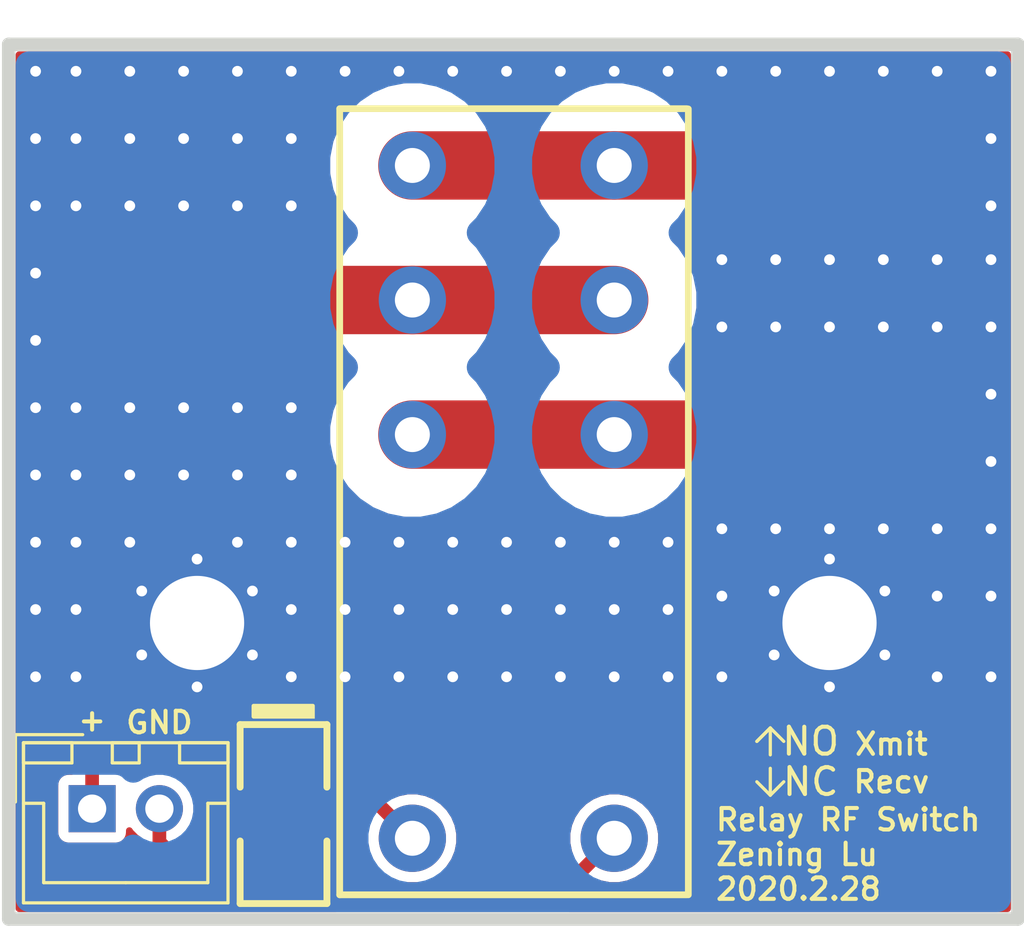
<source format=kicad_pcb>
(kicad_pcb (version 20171130) (host pcbnew "(5.1.4)-1")

  (general
    (thickness 1.6)
    (drawings 21)
    (tracks 125)
    (zones 0)
    (modules 8)
    (nets 7)
  )

  (page A4)
  (layers
    (0 F.Cu signal)
    (31 B.Cu signal)
    (32 B.Adhes user)
    (33 F.Adhes user)
    (34 B.Paste user)
    (35 F.Paste user)
    (36 B.SilkS user)
    (37 F.SilkS user)
    (38 B.Mask user)
    (39 F.Mask user)
    (40 Dwgs.User user)
    (41 Cmts.User user)
    (42 Eco1.User user)
    (43 Eco2.User user)
    (44 Edge.Cuts user)
    (45 Margin user)
    (46 B.CrtYd user)
    (47 F.CrtYd user)
    (48 B.Fab user)
    (49 F.Fab user)
  )

  (setup
    (last_trace_width 0.25)
    (user_trace_width 0.254)
    (user_trace_width 0.381)
    (user_trace_width 0.508)
    (user_trace_width 2.54)
    (trace_clearance 0.381)
    (zone_clearance 0.01)
    (zone_45_only no)
    (trace_min 0.2)
    (via_size 0.8)
    (via_drill 0.4)
    (via_min_size 0.4)
    (via_min_drill 0.3)
    (uvia_size 0.3)
    (uvia_drill 0.1)
    (uvias_allowed no)
    (uvia_min_size 0.2)
    (uvia_min_drill 0.1)
    (edge_width 0.5)
    (segment_width 0.2)
    (pcb_text_width 0.3)
    (pcb_text_size 1.5 1.5)
    (mod_edge_width 0.12)
    (mod_text_size 1 1)
    (mod_text_width 0.15)
    (pad_size 1.524 1.524)
    (pad_drill 0.762)
    (pad_to_mask_clearance 0.051)
    (solder_mask_min_width 0.25)
    (aux_axis_origin 65 72)
    (visible_elements 7FFFFFFF)
    (pcbplotparams
      (layerselection 0x010fc_ffffffff)
      (usegerberextensions false)
      (usegerberattributes false)
      (usegerberadvancedattributes false)
      (creategerberjobfile false)
      (excludeedgelayer true)
      (linewidth 0.100000)
      (plotframeref false)
      (viasonmask false)
      (mode 1)
      (useauxorigin false)
      (hpglpennumber 1)
      (hpglpenspeed 20)
      (hpglpendiameter 15.000000)
      (psnegative false)
      (psa4output false)
      (plotreference true)
      (plotvalue true)
      (plotinvisibletext false)
      (padsonsilk false)
      (subtractmaskfromsilk false)
      (outputformat 1)
      (mirror false)
      (drillshape 1)
      (scaleselection 1)
      (outputdirectory ""))
  )

  (net 0 "")
  (net 1 +12V)
  (net 2 GND)
  (net 3 Earth)
  (net 4 "Net-(J1-Pad1)")
  (net 5 "Net-(J2-Pad1)")
  (net 6 "Net-(J3-Pad1)")

  (net_class Default "This is the default net class."
    (clearance 0.381)
    (trace_width 0.25)
    (via_dia 0.8)
    (via_drill 0.4)
    (uvia_dia 0.3)
    (uvia_drill 0.1)
    (add_net +12V)
    (add_net Earth)
    (add_net GND)
  )

  (net_class RF ""
    (clearance 1.8)
    (trace_width 0.25)
    (via_dia 0.8)
    (via_drill 0.4)
    (uvia_dia 0.3)
    (uvia_drill 0.1)
    (add_net "Net-(J1-Pad1)")
    (add_net "Net-(J2-Pad1)")
    (add_net "Net-(J3-Pad1)")
  )

  (module MyPCBLib:RF_strip (layer F.Cu) (tedit 5E591485) (tstamp 5E59728E)
    (at 94.5 44)
    (path /5E59ACD7)
    (fp_text reference J3 (at 0 -4.3) (layer F.SilkS) hide
      (effects (font (size 1 1) (thickness 0.15)))
    )
    (fp_text value Conn_Coaxial (at 0 -5.3) (layer F.Fab)
      (effects (font (size 1 1) (thickness 0.15)))
    )
    (pad 1 smd rect (at 0 0) (size 8 2.54) (layers F.Cu F.Paste F.Mask)
      (net 6 "Net-(J3-Pad1)"))
  )

  (module MyPCBLib:RF_strip (layer F.Cu) (tedit 5E591485) (tstamp 5E597289)
    (at 94.5 54)
    (path /5E59BC7D)
    (fp_text reference J2 (at 0 -4.3) (layer F.SilkS) hide
      (effects (font (size 1 1) (thickness 0.15)))
    )
    (fp_text value Conn_Coaxial (at 0 -5.3) (layer F.Fab)
      (effects (font (size 1 1) (thickness 0.15)))
    )
    (pad 1 smd rect (at 0 0) (size 8 2.54) (layers F.Cu F.Paste F.Mask)
      (net 5 "Net-(J2-Pad1)"))
  )

  (module MyPCBLib:RF_strip (layer F.Cu) (tedit 5E591485) (tstamp 5E597284)
    (at 73 49)
    (path /5E59A0B0)
    (fp_text reference J1 (at 0 -4.3) (layer F.SilkS) hide
      (effects (font (size 1 1) (thickness 0.15)))
    )
    (fp_text value Conn_Coaxial (at 0 -5.3) (layer F.Fab)
      (effects (font (size 1 1) (thickness 0.15)))
    )
    (pad 1 smd rect (at 0 0) (size 8 2.54) (layers F.Cu F.Paste F.Mask)
      (net 4 "Net-(J1-Pad1)"))
  )

  (module Connectors_JST:JST_XH_B02B-XH-A_02x2.50mm_Straight (layer F.Cu) (tedit 58EAE7F0) (tstamp 5E5967CF)
    (at 68.1 67.9)
    (descr "JST XH series connector, B02B-XH-A, top entry type, through hole")
    (tags "connector jst xh tht top vertical 2.50mm")
    (path /5E5AB07D)
    (fp_text reference J4 (at -0.4 2.5) (layer F.SilkS) hide
      (effects (font (size 1 1) (thickness 0.15)))
    )
    (fp_text value Conn_01x02 (at 1.25 4.5) (layer F.Fab)
      (effects (font (size 1 1) (thickness 0.15)))
    )
    (fp_text user %R (at 1.25 2.5) (layer F.Fab)
      (effects (font (size 1 1) (thickness 0.15)))
    )
    (fp_line (start -2.85 -2.75) (end -2.85 -0.25) (layer F.Fab) (width 0.1))
    (fp_line (start -0.35 -2.75) (end -2.85 -2.75) (layer F.Fab) (width 0.1))
    (fp_line (start -2.85 -2.75) (end -2.85 -0.25) (layer F.SilkS) (width 0.12))
    (fp_line (start -0.35 -2.75) (end -2.85 -2.75) (layer F.SilkS) (width 0.12))
    (fp_line (start 4.3 2.75) (end 1.25 2.75) (layer F.SilkS) (width 0.12))
    (fp_line (start 4.3 -0.2) (end 4.3 2.75) (layer F.SilkS) (width 0.12))
    (fp_line (start 5.05 -0.2) (end 4.3 -0.2) (layer F.SilkS) (width 0.12))
    (fp_line (start -1.8 2.75) (end 1.25 2.75) (layer F.SilkS) (width 0.12))
    (fp_line (start -1.8 -0.2) (end -1.8 2.75) (layer F.SilkS) (width 0.12))
    (fp_line (start -2.55 -0.2) (end -1.8 -0.2) (layer F.SilkS) (width 0.12))
    (fp_line (start 5.05 -2.45) (end 3.25 -2.45) (layer F.SilkS) (width 0.12))
    (fp_line (start 5.05 -1.7) (end 5.05 -2.45) (layer F.SilkS) (width 0.12))
    (fp_line (start 3.25 -1.7) (end 5.05 -1.7) (layer F.SilkS) (width 0.12))
    (fp_line (start 3.25 -2.45) (end 3.25 -1.7) (layer F.SilkS) (width 0.12))
    (fp_line (start -0.75 -2.45) (end -2.55 -2.45) (layer F.SilkS) (width 0.12))
    (fp_line (start -0.75 -1.7) (end -0.75 -2.45) (layer F.SilkS) (width 0.12))
    (fp_line (start -2.55 -1.7) (end -0.75 -1.7) (layer F.SilkS) (width 0.12))
    (fp_line (start -2.55 -2.45) (end -2.55 -1.7) (layer F.SilkS) (width 0.12))
    (fp_line (start 1.75 -2.45) (end 0.75 -2.45) (layer F.SilkS) (width 0.12))
    (fp_line (start 1.75 -1.7) (end 1.75 -2.45) (layer F.SilkS) (width 0.12))
    (fp_line (start 0.75 -1.7) (end 1.75 -1.7) (layer F.SilkS) (width 0.12))
    (fp_line (start 0.75 -2.45) (end 0.75 -1.7) (layer F.SilkS) (width 0.12))
    (fp_line (start 5.05 -2.45) (end -2.55 -2.45) (layer F.SilkS) (width 0.12))
    (fp_line (start 5.05 3.5) (end 5.05 -2.45) (layer F.SilkS) (width 0.12))
    (fp_line (start -2.55 3.5) (end 5.05 3.5) (layer F.SilkS) (width 0.12))
    (fp_line (start -2.55 -2.45) (end -2.55 3.5) (layer F.SilkS) (width 0.12))
    (fp_line (start 5.45 -2.85) (end -2.95 -2.85) (layer F.CrtYd) (width 0.05))
    (fp_line (start 5.45 3.9) (end 5.45 -2.85) (layer F.CrtYd) (width 0.05))
    (fp_line (start -2.95 3.9) (end 5.45 3.9) (layer F.CrtYd) (width 0.05))
    (fp_line (start -2.95 -2.85) (end -2.95 3.9) (layer F.CrtYd) (width 0.05))
    (fp_line (start 4.95 -2.35) (end -2.45 -2.35) (layer F.Fab) (width 0.1))
    (fp_line (start 4.95 3.4) (end 4.95 -2.35) (layer F.Fab) (width 0.1))
    (fp_line (start -2.45 3.4) (end 4.95 3.4) (layer F.Fab) (width 0.1))
    (fp_line (start -2.45 -2.35) (end -2.45 3.4) (layer F.Fab) (width 0.1))
    (pad 2 thru_hole circle (at 2.5 0) (size 1.75 1.75) (drill 1.05) (layers *.Cu *.Mask)
      (net 2 GND))
    (pad 1 thru_hole rect (at 0 0) (size 1.75 1.75) (drill 1.05) (layers *.Cu *.Mask)
      (net 1 +12V))
    (model Connectors_JST.3dshapes/JST_XH_B02B-XH-A_02x2.50mm_Straight.wrl
      (at (xyz 0 0 0))
      (scale (xyz 1 1 1))
      (rotate (xyz 0 0 0))
    )
  )

  (module MyPCBLib:M3_Screwhole (layer F.Cu) (tedit 5CC92DA1) (tstamp 5E591C14)
    (at 95.5 61)
    (path /5E5A3531)
    (fp_text reference SC2 (at 0 0.5) (layer F.SilkS) hide
      (effects (font (size 1 1) (thickness 0.15)))
    )
    (fp_text value Conn_01x01 (at 0 -0.5) (layer F.Fab) hide
      (effects (font (size 1 1) (thickness 0.15)))
    )
    (pad 1 thru_hole circle (at 2.05681 -1.1875 300) (size 0.8 0.8) (drill 0.4) (layers *.Cu *.Mask)
      (net 3 Earth))
    (pad 1 thru_hole circle (at 2.05681 1.1875 240) (size 0.8 0.8) (drill 0.4) (layers *.Cu *.Mask)
      (net 3 Earth))
    (pad 1 thru_hole circle (at 0 2.375 180) (size 0.8 0.8) (drill 0.4) (layers *.Cu *.Mask)
      (net 3 Earth))
    (pad 1 thru_hole circle (at -2.05681 1.1875 120) (size 0.8 0.8) (drill 0.4) (layers *.Cu *.Mask)
      (net 3 Earth))
    (pad 1 thru_hole circle (at -2.05681 -1.1875 60) (size 0.8 0.8) (drill 0.4) (layers *.Cu *.Mask)
      (net 3 Earth))
    (pad 1 thru_hole circle (at 0 -2.375) (size 0.8 0.8) (drill 0.4) (layers *.Cu *.Mask)
      (net 3 Earth))
    (pad 1 thru_hole circle (at 0 0) (size 6 6) (drill 3.5) (layers *.Cu *.Mask)
      (net 3 Earth))
  )

  (module MyPCBLib:M3_Screwhole (layer F.Cu) (tedit 5CC92DA1) (tstamp 5E591C09)
    (at 72 61)
    (path /5E5A3018)
    (fp_text reference SC1 (at 0 0.5) (layer F.SilkS) hide
      (effects (font (size 1 1) (thickness 0.15)))
    )
    (fp_text value Conn_01x01 (at 0 -0.5) (layer F.Fab) hide
      (effects (font (size 1 1) (thickness 0.15)))
    )
    (pad 1 thru_hole circle (at 2.05681 -1.1875 300) (size 0.8 0.8) (drill 0.4) (layers *.Cu *.Mask)
      (net 3 Earth))
    (pad 1 thru_hole circle (at 2.05681 1.1875 240) (size 0.8 0.8) (drill 0.4) (layers *.Cu *.Mask)
      (net 3 Earth))
    (pad 1 thru_hole circle (at 0 2.375 180) (size 0.8 0.8) (drill 0.4) (layers *.Cu *.Mask)
      (net 3 Earth))
    (pad 1 thru_hole circle (at -2.05681 1.1875 120) (size 0.8 0.8) (drill 0.4) (layers *.Cu *.Mask)
      (net 3 Earth))
    (pad 1 thru_hole circle (at -2.05681 -1.1875 60) (size 0.8 0.8) (drill 0.4) (layers *.Cu *.Mask)
      (net 3 Earth))
    (pad 1 thru_hole circle (at 0 -2.375) (size 0.8 0.8) (drill 0.4) (layers *.Cu *.Mask)
      (net 3 Earth))
    (pad 1 thru_hole circle (at 0 0) (size 6 6) (drill 3.5) (layers *.Cu *.Mask)
      (net 3 Earth))
  )

  (module MyPCBLib:G2RL-1-E (layer F.Cu) (tedit 5DB7D9AC) (tstamp 5E5917F4)
    (at 80 69 90)
    (path /5E5972A7)
    (fp_text reference K1 (at 3 4 90) (layer F.SilkS) hide
      (effects (font (size 1 1) (thickness 0.15)))
    )
    (fp_text value G2RL-1-E (at 20.574 -3.556 90) (layer F.Fab)
      (effects (font (size 1 1) (thickness 0.15)))
    )
    (fp_line (start 27.11 -2.7) (end 27.11 10.2) (layer F.SilkS) (width 0.25))
    (fp_line (start -2.1 10.254) (end 27.1 10.254) (layer F.SilkS) (width 0.25))
    (fp_line (start -2.1 -2.7) (end 27.1 -2.7) (layer F.SilkS) (width 0.25))
    (fp_line (start -2.1 -2.7) (end -2.1 10.2) (layer F.SilkS) (width 0.25))
    (pad 5 thru_hole circle (at 25 7.5 90) (size 2.5 2.5) (drill 1.3) (layers *.Cu *.Mask)
      (net 6 "Net-(J3-Pad1)"))
    (pad 6 thru_hole circle (at 20 7.5 90) (size 2.5 2.5) (drill 1.3) (layers *.Cu *.Mask)
      (net 4 "Net-(J1-Pad1)"))
    (pad 7 thru_hole circle (at 15 7.5 90) (size 2.5 2.5) (drill 1.3) (layers *.Cu *.Mask)
      (net 5 "Net-(J2-Pad1)"))
    (pad 4 thru_hole circle (at 25 0 90) (size 2.5 2.5) (drill 1.3) (layers *.Cu *.Mask)
      (net 6 "Net-(J3-Pad1)"))
    (pad 3 thru_hole circle (at 20 0 90) (size 2.5 2.5) (drill 1.3) (layers *.Cu *.Mask)
      (net 4 "Net-(J1-Pad1)"))
    (pad 2 thru_hole circle (at 15 0 90) (size 2.5 2.5) (drill 1.3) (layers *.Cu *.Mask)
      (net 5 "Net-(J2-Pad1)"))
    (pad 8 thru_hole circle (at 0 7.5 90) (size 2.5 2.5) (drill 1.3) (layers *.Cu *.Mask)
      (net 2 GND))
    (pad 1 thru_hole circle (at 0 0 90) (size 2.5 2.5) (drill 1.3) (layers *.Cu *.Mask)
      (net 1 +12V))
  )

  (module lc_lib:SMAF_S4 (layer F.Cu) (tedit 58AA841A) (tstamp 5E591742)
    (at 75.2 68.1 270)
    (path /5E5A09E4)
    (fp_text reference D1 (at -0.2 -0.2 90) (layer F.SilkS) hide
      (effects (font (size 1 1) (thickness 0.15)))
    )
    (fp_text value 1N4007 (at -2.334667 4.225724 90) (layer F.Fab)
      (effects (font (size 1 1) (thickness 0.15)))
    )
    (fp_line (start -4.35 1.65) (end -4.35 -1.675) (layer F.CrtYd) (width 0.05))
    (fp_line (start 4.75 1.65) (end -4.35 1.65) (layer F.CrtYd) (width 0.05))
    (fp_line (start 4.75 -1.675) (end 4.75 1.65) (layer F.CrtYd) (width 0.05))
    (fp_line (start -4.35 -1.675) (end 4.75 -1.675) (layer F.CrtYd) (width 0.05))
    (fp_poly (pts (xy -4.021 1.1) (xy -3.621 1.1) (xy -3.621 -1.1) (xy -4.021 -1.1)) (layer F.SilkS) (width 0.15))
    (fp_line (start -3.325 1.6) (end -1 1.6) (layer F.SilkS) (width 0.254))
    (fp_line (start 1 -1.625) (end 3.325 -1.625) (layer F.SilkS) (width 0.254))
    (fp_line (start 1 1.6) (end 3.325 1.6) (layer F.SilkS) (width 0.254))
    (fp_line (start -3.325 -1.625) (end -1 -1.625) (layer F.SilkS) (width 0.254))
    (fp_line (start 3.325 1.6) (end 3.325 -1.625) (layer F.SilkS) (width 0.254))
    (fp_line (start -3.325 1.6) (end -3.325 -1.625) (layer F.SilkS) (width 0.254))
    (fp_line (start -4.3 0.5) (end -4.3 -0.5) (layer F.Fab) (width 0.2032))
    (fp_line (start 4.2 0.5) (end 4.2 -0.5) (layer F.Fab) (width 0.2032))
    (fp_line (start 3.7 0) (end 4.7 0) (layer F.Fab) (width 0.2032))
    (fp_line (start -1.9 -1.4) (end 1.9 -1.4) (layer F.Fab) (width 0.1))
    (fp_line (start -1.9 1.4) (end 1.9 1.4) (layer F.Fab) (width 0.1))
    (fp_line (start -1.9 1.4) (end -1.9 -1.4) (layer F.Fab) (width 0.1))
    (fp_line (start 1.9 1.4) (end 1.9 -1.4) (layer F.Fab) (width 0.1))
    (pad 2 smd rect (at -2 0 180) (size 1.8 2) (layers F.Cu F.Paste F.Mask)
      (net 1 +12V))
    (pad 1 smd rect (at 2 0 180) (size 1.8 2) (layers F.Cu F.Paste F.Mask)
      (net 2 GND))
  )

  (gr_text Xmit (at 97.8 65.5) (layer F.SilkS) (tstamp 5E598DA5)
    (effects (font (size 0.8 0.8) (thickness 0.15)))
  )
  (gr_text Recv (at 97.8 66.9) (layer F.SilkS)
    (effects (font (size 0.8 0.8) (thickness 0.15)))
  )
  (gr_text "Relay RF Switch\nZening Lu\n2020.2.28" (at 91.2 69.6) (layer F.SilkS)
    (effects (font (size 0.8 0.8) (thickness 0.15)) (justify left))
  )
  (gr_text GND (at 70.6 64.7) (layer F.SilkS) (tstamp 5E59818E)
    (effects (font (size 0.8 0.8) (thickness 0.15)))
  )
  (gr_text + (at 68.1 64.6) (layer F.SilkS)
    (effects (font (size 0.8 0.8) (thickness 0.15)))
  )
  (gr_line (start 93.3 67.4) (end 93.8 66.9) (layer F.SilkS) (width 0.12))
  (gr_line (start 93.3 67.4) (end 92.8 66.9) (layer F.SilkS) (width 0.12))
  (gr_line (start 93.3 66.4) (end 93.3 67.4) (layer F.SilkS) (width 0.12))
  (gr_line (start 93.3 64.9) (end 93.8 65.4) (layer F.SilkS) (width 0.12))
  (gr_line (start 92.8 65.4) (end 93.3 64.9) (layer F.SilkS) (width 0.12) (tstamp 5E59808D))
  (gr_line (start 93.3 64.9) (end 92.8 65.4) (layer F.SilkS) (width 0.12))
  (gr_line (start 93.3 65.9) (end 93.3 64.9) (layer F.SilkS) (width 0.12))
  (gr_text NO (at 94.8 65.4) (layer F.SilkS)
    (effects (font (size 1 1) (thickness 0.15)))
  )
  (gr_text NC (at 94.8 66.9) (layer F.SilkS)
    (effects (font (size 1 1) (thickness 0.15)))
  )
  (gr_poly (pts (xy 100.4 47.2) (xy 100.4 40.9) (xy 90.9 40.9) (xy 90.9 39.5) (xy 102.5 39.5) (xy 102.5 47.2)) (layer F.Mask) (width 0.1))
  (gr_poly (pts (xy 90.9 57.2) (xy 90.9 64.1) (xy 102.4 64.1) (xy 102.4 47.2) (xy 90.9 47.2) (xy 90.9 50.8) (xy 100.4 50.8) (xy 100.4 57.2)) (layer F.Mask) (width 0.1) (tstamp 5E59774D))
  (gr_poly (pts (xy 76.5 45.8) (xy 76.5 39.5) (xy 65 39.5) (xy 65 64.1) (xy 76.5 64.1) (xy 76.5 52.2) (xy 67 52.2) (xy 67 45.8)) (layer F.Mask) (width 0.1))
  (gr_line (start 65 72) (end 65 39.5) (layer Edge.Cuts) (width 0.5) (tstamp 5E597375))
  (gr_line (start 102.5 72) (end 65 72) (layer Edge.Cuts) (width 0.5))
  (gr_line (start 102.5 39.5) (end 102.5 72) (layer Edge.Cuts) (width 0.5))
  (gr_line (start 65 39.5) (end 102.5 39.5) (layer Edge.Cuts) (width 0.5))

  (segment (start 73.792 66.1) (end 75.2 66.1) (width 0.508) (layer F.Cu) (net 1))
  (segment (start 68.517 66.1) (end 73.792 66.1) (width 0.508) (layer F.Cu) (net 1))
  (segment (start 68.1 66.517) (end 68.517 66.1) (width 0.508) (layer F.Cu) (net 1))
  (segment (start 68.1 67.9) (end 68.1 66.517) (width 0.508) (layer F.Cu) (net 1))
  (segment (start 77.1 66.1) (end 80 69) (width 0.508) (layer F.Cu) (net 1))
  (segment (start 75.2 66.1) (end 77.1 66.1) (width 0.508) (layer F.Cu) (net 1))
  (segment (start 73.792 70.1) (end 75.2 70.1) (width 0.508) (layer F.Cu) (net 2))
  (segment (start 71.562564 70.1) (end 73.792 70.1) (width 0.508) (layer F.Cu) (net 2))
  (segment (start 70.6 69.137436) (end 71.562564 70.1) (width 0.508) (layer F.Cu) (net 2))
  (segment (start 70.6 67.9) (end 70.6 69.137436) (width 0.508) (layer F.Cu) (net 2))
  (segment (start 86.250001 70.249999) (end 87.5 69) (width 0.508) (layer F.Cu) (net 2))
  (segment (start 85.614999 70.885001) (end 86.250001 70.249999) (width 0.508) (layer F.Cu) (net 2))
  (segment (start 77.393001 70.885001) (end 85.614999 70.885001) (width 0.508) (layer F.Cu) (net 2))
  (segment (start 76.608 70.1) (end 77.393001 70.885001) (width 0.508) (layer F.Cu) (net 2))
  (segment (start 75.2 70.1) (end 76.608 70.1) (width 0.508) (layer F.Cu) (net 2))
  (via (at 75.5 43) (size 0.8) (drill 0.4) (layers F.Cu B.Cu) (net 3))
  (via (at 75.5 45.5) (size 0.8) (drill 0.4) (layers F.Cu B.Cu) (net 3))
  (via (at 75.5 40.5) (size 0.8) (drill 0.4) (layers F.Cu B.Cu) (net 3))
  (via (at 73.5 43) (size 0.8) (drill 0.4) (layers F.Cu B.Cu) (net 3))
  (via (at 71.5 43) (size 0.8) (drill 0.4) (layers F.Cu B.Cu) (net 3))
  (via (at 69.5 43) (size 0.8) (drill 0.4) (layers F.Cu B.Cu) (net 3))
  (via (at 67.5 43) (size 0.8) (drill 0.4) (layers F.Cu B.Cu) (net 3))
  (via (at 66 43) (size 0.8) (drill 0.4) (layers F.Cu B.Cu) (net 3))
  (via (at 73.5 40.5) (size 0.8) (drill 0.4) (layers F.Cu B.Cu) (net 3))
  (via (at 71.5 40.5) (size 0.8) (drill 0.4) (layers F.Cu B.Cu) (net 3))
  (via (at 69.5 40.5) (size 0.8) (drill 0.4) (layers F.Cu B.Cu) (net 3))
  (via (at 67.5 40.5) (size 0.8) (drill 0.4) (layers F.Cu B.Cu) (net 3))
  (via (at 66 40.5) (size 0.8) (drill 0.4) (layers F.Cu B.Cu) (net 3))
  (via (at 73.5 45.5) (size 0.8) (drill 0.4) (layers F.Cu B.Cu) (net 3))
  (via (at 71.5 45.5) (size 0.8) (drill 0.4) (layers F.Cu B.Cu) (net 3))
  (via (at 69.5 45.5) (size 0.8) (drill 0.4) (layers F.Cu B.Cu) (net 3))
  (via (at 67.5 45.5) (size 0.8) (drill 0.4) (layers F.Cu B.Cu) (net 3))
  (via (at 66 45.5) (size 0.8) (drill 0.4) (layers F.Cu B.Cu) (net 3))
  (via (at 66 48) (size 0.8) (drill 0.4) (layers F.Cu B.Cu) (net 3))
  (via (at 66 50.5) (size 0.8) (drill 0.4) (layers F.Cu B.Cu) (net 3))
  (via (at 66 53) (size 0.8) (drill 0.4) (layers F.Cu B.Cu) (net 3))
  (via (at 67.5 53) (size 0.8) (drill 0.4) (layers F.Cu B.Cu) (net 3))
  (via (at 69.5 53) (size 0.8) (drill 0.4) (layers F.Cu B.Cu) (net 3))
  (via (at 71.5 53) (size 0.8) (drill 0.4) (layers F.Cu B.Cu) (net 3))
  (via (at 73.5 53) (size 0.8) (drill 0.4) (layers F.Cu B.Cu) (net 3))
  (via (at 75.5 53) (size 0.8) (drill 0.4) (layers F.Cu B.Cu) (net 3))
  (via (at 75.5 55.5) (size 0.8) (drill 0.4) (layers F.Cu B.Cu) (net 3))
  (via (at 73.5 55.5) (size 0.8) (drill 0.4) (layers F.Cu B.Cu) (net 3))
  (via (at 71.5 55.5) (size 0.8) (drill 0.4) (layers F.Cu B.Cu) (net 3))
  (via (at 69.5 55.5) (size 0.8) (drill 0.4) (layers F.Cu B.Cu) (net 3))
  (via (at 67.5 55.5) (size 0.8) (drill 0.4) (layers F.Cu B.Cu) (net 3))
  (via (at 66 55.5) (size 0.8) (drill 0.4) (layers F.Cu B.Cu) (net 3))
  (via (at 66 58) (size 0.8) (drill 0.4) (layers F.Cu B.Cu) (net 3))
  (via (at 67.5 58) (size 0.8) (drill 0.4) (layers F.Cu B.Cu) (net 3))
  (via (at 75.5 58) (size 0.8) (drill 0.4) (layers F.Cu B.Cu) (net 3))
  (via (at 91.5 40.5) (size 0.8) (drill 0.4) (layers F.Cu B.Cu) (net 3))
  (via (at 93.5 40.5) (size 0.8) (drill 0.4) (layers F.Cu B.Cu) (net 3))
  (via (at 95.5 40.5) (size 0.8) (drill 0.4) (layers F.Cu B.Cu) (net 3))
  (via (at 97.5 40.5) (size 0.8) (drill 0.4) (layers F.Cu B.Cu) (net 3))
  (via (at 99.5 40.5) (size 0.8) (drill 0.4) (layers F.Cu B.Cu) (net 3))
  (via (at 101.5 40.5) (size 0.8) (drill 0.4) (layers F.Cu B.Cu) (net 3))
  (via (at 101.5 43) (size 0.8) (drill 0.4) (layers F.Cu B.Cu) (net 3))
  (via (at 101.5 45.5) (size 0.8) (drill 0.4) (layers F.Cu B.Cu) (net 3))
  (via (at 101.5 47.5) (size 0.8) (drill 0.4) (layers F.Cu B.Cu) (net 3))
  (via (at 99.5 47.5) (size 0.8) (drill 0.4) (layers F.Cu B.Cu) (net 3))
  (via (at 97.5 47.5) (size 0.8) (drill 0.4) (layers F.Cu B.Cu) (net 3))
  (via (at 95.5 47.5) (size 0.8) (drill 0.4) (layers F.Cu B.Cu) (net 3))
  (via (at 93.5 47.5) (size 0.8) (drill 0.4) (layers F.Cu B.Cu) (net 3))
  (via (at 91.5 47.5) (size 0.8) (drill 0.4) (layers F.Cu B.Cu) (net 3))
  (via (at 91.5 50) (size 0.8) (drill 0.4) (layers F.Cu B.Cu) (net 3))
  (via (at 93.5 50) (size 0.8) (drill 0.4) (layers F.Cu B.Cu) (net 3))
  (via (at 95.5 50) (size 0.8) (drill 0.4) (layers F.Cu B.Cu) (net 3))
  (via (at 97.5 50) (size 0.8) (drill 0.4) (layers F.Cu B.Cu) (net 3))
  (via (at 99.5 50) (size 0.8) (drill 0.4) (layers F.Cu B.Cu) (net 3))
  (via (at 101.5 50) (size 0.8) (drill 0.4) (layers F.Cu B.Cu) (net 3))
  (via (at 101.5 52.5) (size 0.8) (drill 0.4) (layers F.Cu B.Cu) (net 3))
  (via (at 101.5 55) (size 0.8) (drill 0.4) (layers F.Cu B.Cu) (net 3))
  (via (at 101.5 57.5) (size 0.8) (drill 0.4) (layers F.Cu B.Cu) (net 3))
  (via (at 99.5 57.5) (size 0.8) (drill 0.4) (layers F.Cu B.Cu) (net 3))
  (via (at 97.5 57.5) (size 0.8) (drill 0.4) (layers F.Cu B.Cu) (net 3))
  (via (at 95.5 57.5) (size 0.8) (drill 0.4) (layers F.Cu B.Cu) (net 3))
  (via (at 93.5 57.5) (size 0.8) (drill 0.4) (layers F.Cu B.Cu) (net 3))
  (via (at 91.5 57.5) (size 0.8) (drill 0.4) (layers F.Cu B.Cu) (net 3))
  (via (at 91.5 60) (size 0.8) (drill 0.4) (layers F.Cu B.Cu) (net 3))
  (via (at 99.5 60) (size 0.8) (drill 0.4) (layers F.Cu B.Cu) (net 3))
  (via (at 101.5 60) (size 0.8) (drill 0.4) (layers F.Cu B.Cu) (net 3))
  (via (at 66 60.5) (size 0.8) (drill 0.4) (layers F.Cu B.Cu) (net 3))
  (via (at 66 63) (size 0.8) (drill 0.4) (layers F.Cu B.Cu) (net 3))
  (via (at 67.5 60.5) (size 0.8) (drill 0.4) (layers F.Cu B.Cu) (net 3))
  (via (at 67.5 63) (size 0.8) (drill 0.4) (layers F.Cu B.Cu) (net 3))
  (via (at 75.5 63) (size 0.8) (drill 0.4) (layers F.Cu B.Cu) (net 3))
  (via (at 69.5 58) (size 0.8) (drill 0.4) (layers F.Cu B.Cu) (net 3))
  (via (at 73.5 58) (size 0.8) (drill 0.4) (layers F.Cu B.Cu) (net 3))
  (via (at 75.5 60.5) (size 0.8) (drill 0.4) (layers F.Cu B.Cu) (net 3))
  (via (at 91.5 63) (size 0.8) (drill 0.4) (layers F.Cu B.Cu) (net 3))
  (via (at 99.5 63) (size 0.8) (drill 0.4) (layers F.Cu B.Cu) (net 3))
  (via (at 101.5 63) (size 0.8) (drill 0.4) (layers F.Cu B.Cu) (net 3))
  (via (at 77.5 40.5) (size 0.8) (drill 0.4) (layers F.Cu B.Cu) (net 3))
  (via (at 79.5 40.5) (size 0.8) (drill 0.4) (layers F.Cu B.Cu) (net 3))
  (via (at 81.5 40.5) (size 0.8) (drill 0.4) (layers F.Cu B.Cu) (net 3))
  (via (at 83.5 40.5) (size 0.8) (drill 0.4) (layers F.Cu B.Cu) (net 3))
  (via (at 85.5 40.5) (size 0.8) (drill 0.4) (layers F.Cu B.Cu) (net 3))
  (via (at 87.5 40.5) (size 0.8) (drill 0.4) (layers F.Cu B.Cu) (net 3))
  (via (at 89.5 40.5) (size 0.8) (drill 0.4) (layers F.Cu B.Cu) (net 3))
  (via (at 77.5 58) (size 0.8) (drill 0.4) (layers F.Cu B.Cu) (net 3))
  (via (at 79.5 58) (size 0.8) (drill 0.4) (layers F.Cu B.Cu) (net 3))
  (via (at 81.5 58) (size 0.8) (drill 0.4) (layers F.Cu B.Cu) (net 3))
  (via (at 83.5 58) (size 0.8) (drill 0.4) (layers F.Cu B.Cu) (net 3))
  (via (at 85.5 58) (size 0.8) (drill 0.4) (layers F.Cu B.Cu) (net 3))
  (via (at 87.5 58) (size 0.8) (drill 0.4) (layers F.Cu B.Cu) (net 3))
  (via (at 89.5 58) (size 0.8) (drill 0.4) (layers F.Cu B.Cu) (net 3))
  (via (at 77.5 60.5) (size 0.8) (drill 0.4) (layers F.Cu B.Cu) (net 3))
  (via (at 79.5 60.5) (size 0.8) (drill 0.4) (layers F.Cu B.Cu) (net 3))
  (via (at 81.5 60.5) (size 0.8) (drill 0.4) (layers F.Cu B.Cu) (net 3))
  (via (at 83.5 60.5) (size 0.8) (drill 0.4) (layers F.Cu B.Cu) (net 3))
  (via (at 85.5 60.5) (size 0.8) (drill 0.4) (layers F.Cu B.Cu) (net 3))
  (via (at 87.5 60.5) (size 0.8) (drill 0.4) (layers F.Cu B.Cu) (net 3))
  (via (at 89.5 60.5) (size 0.8) (drill 0.4) (layers F.Cu B.Cu) (net 3))
  (via (at 89.5 63) (size 0.8) (drill 0.4) (layers F.Cu B.Cu) (net 3))
  (via (at 87.5 63) (size 0.8) (drill 0.4) (layers F.Cu B.Cu) (net 3))
  (via (at 85.5 63) (size 0.8) (drill 0.4) (layers F.Cu B.Cu) (net 3))
  (via (at 83.5 63) (size 0.8) (drill 0.4) (layers F.Cu B.Cu) (net 3))
  (via (at 81.5 63) (size 0.8) (drill 0.4) (layers F.Cu B.Cu) (net 3))
  (via (at 79.5 63) (size 0.8) (drill 0.4) (layers F.Cu B.Cu) (net 3))
  (via (at 77.5 63) (size 0.8) (drill 0.4) (layers F.Cu B.Cu) (net 3))
  (segment (start 71.25 49) (end 80 49) (width 2.54) (layer F.Cu) (net 4))
  (segment (start 80 49) (end 87.5 49) (width 2.54) (layer F.Cu) (net 4))
  (segment (start 80 54) (end 96.25 54) (width 2.54) (layer F.Cu) (net 5))
  (segment (start 87.5 44) (end 96.25 44) (width 2.54) (layer F.Cu) (net 6))
  (segment (start 80 44) (end 87.5 44) (width 2.54) (layer F.Cu) (net 6))

  (zone (net 3) (net_name Earth) (layer F.Cu) (tstamp 0) (hatch edge 0.508)
    (connect_pads yes (clearance 0.01))
    (min_thickness 0.25)
    (fill yes (arc_segments 32) (thermal_gap 2) (thermal_bridge_width 2) (smoothing fillet))
    (polygon
      (pts
        (xy 65 39.5) (xy 102.5 39.5) (xy 102.5 72) (xy 65 72)
      )
    )
    (filled_polygon
      (pts
        (xy 102.115001 71.615) (xy 85.826634 71.615) (xy 85.907246 71.590547) (xy 86.039275 71.519975) (xy 86.155 71.425002)
        (xy 86.178802 71.395999) (xy 86.8138 70.761003) (xy 86.813809 70.760992) (xy 86.916015 70.658786) (xy 86.987794 70.688518)
        (xy 87.327049 70.756) (xy 87.672951 70.756) (xy 88.012206 70.688518) (xy 88.331778 70.556147) (xy 88.619385 70.363975)
        (xy 88.863975 70.119385) (xy 89.056147 69.831778) (xy 89.188518 69.512206) (xy 89.256 69.172951) (xy 89.256 68.827049)
        (xy 89.188518 68.487794) (xy 89.056147 68.168222) (xy 88.863975 67.880615) (xy 88.619385 67.636025) (xy 88.331778 67.443853)
        (xy 88.012206 67.311482) (xy 87.672951 67.244) (xy 87.327049 67.244) (xy 86.987794 67.311482) (xy 86.668222 67.443853)
        (xy 86.380615 67.636025) (xy 86.136025 67.880615) (xy 85.943853 68.168222) (xy 85.811482 68.487794) (xy 85.744 68.827049)
        (xy 85.744 69.172951) (xy 85.811482 69.512206) (xy 85.841214 69.583985) (xy 85.739008 69.686191) (xy 85.738997 69.6862)
        (xy 85.300197 70.125001) (xy 81.358359 70.125001) (xy 81.363975 70.119385) (xy 81.556147 69.831778) (xy 81.688518 69.512206)
        (xy 81.756 69.172951) (xy 81.756 68.827049) (xy 81.688518 68.487794) (xy 81.556147 68.168222) (xy 81.363975 67.880615)
        (xy 81.119385 67.636025) (xy 80.831778 67.443853) (xy 80.512206 67.311482) (xy 80.172951 67.244) (xy 79.827049 67.244)
        (xy 79.487794 67.311482) (xy 79.416015 67.341214) (xy 77.663804 65.589003) (xy 77.640001 65.559999) (xy 77.524276 65.465026)
        (xy 77.392247 65.394454) (xy 77.248986 65.350997) (xy 77.137333 65.34) (xy 77.137322 65.34) (xy 77.1 65.336324)
        (xy 77.062678 65.34) (xy 76.608448 65.34) (xy 76.608448 65.1) (xy 76.598678 65.000807) (xy 76.569745 64.905425)
        (xy 76.522759 64.817521) (xy 76.459527 64.740473) (xy 76.382479 64.677241) (xy 76.294575 64.630255) (xy 76.199193 64.601322)
        (xy 76.1 64.591552) (xy 74.3 64.591552) (xy 74.200807 64.601322) (xy 74.105425 64.630255) (xy 74.017521 64.677241)
        (xy 73.940473 64.740473) (xy 73.877241 64.817521) (xy 73.830255 64.905425) (xy 73.801322 65.000807) (xy 73.791552 65.1)
        (xy 73.791552 65.34) (xy 68.554322 65.34) (xy 68.516999 65.336324) (xy 68.479676 65.34) (xy 68.479667 65.34)
        (xy 68.368014 65.350997) (xy 68.224753 65.394454) (xy 68.092724 65.465026) (xy 67.976999 65.559999) (xy 67.953196 65.589003)
        (xy 67.588998 65.953201) (xy 67.56 65.976999) (xy 67.536202 66.005997) (xy 67.536201 66.005998) (xy 67.465026 66.092724)
        (xy 67.394454 66.224754) (xy 67.350998 66.368015) (xy 67.336368 66.516552) (xy 67.225 66.516552) (xy 67.125807 66.526322)
        (xy 67.030425 66.555255) (xy 66.942521 66.602241) (xy 66.865473 66.665473) (xy 66.802241 66.742521) (xy 66.755255 66.830425)
        (xy 66.726322 66.925807) (xy 66.716552 67.025) (xy 66.716552 68.775) (xy 66.726322 68.874193) (xy 66.755255 68.969575)
        (xy 66.802241 69.057479) (xy 66.865473 69.134527) (xy 66.942521 69.197759) (xy 67.030425 69.244745) (xy 67.125807 69.273678)
        (xy 67.225 69.283448) (xy 68.975 69.283448) (xy 69.074193 69.273678) (xy 69.169575 69.244745) (xy 69.257479 69.197759)
        (xy 69.334527 69.134527) (xy 69.397759 69.057479) (xy 69.444745 68.969575) (xy 69.473678 68.874193) (xy 69.483448 68.775)
        (xy 69.483448 68.714696) (xy 69.527307 68.780336) (xy 69.719664 68.972693) (xy 69.840001 69.053099) (xy 69.840001 69.100104)
        (xy 69.836324 69.137436) (xy 69.850998 69.286421) (xy 69.894454 69.429682) (xy 69.965026 69.561712) (xy 70.036201 69.648438)
        (xy 70.06 69.677437) (xy 70.088998 69.701235) (xy 70.998764 70.611002) (xy 71.022563 70.640001) (xy 71.051561 70.663799)
        (xy 71.138287 70.734974) (xy 71.241233 70.79) (xy 71.270317 70.805546) (xy 71.413578 70.849003) (xy 71.525231 70.86)
        (xy 71.52524 70.86) (xy 71.562563 70.863676) (xy 71.599886 70.86) (xy 73.791552 70.86) (xy 73.791552 71.1)
        (xy 73.801322 71.199193) (xy 73.830255 71.294575) (xy 73.877241 71.382479) (xy 73.940473 71.459527) (xy 74.017521 71.522759)
        (xy 74.105425 71.569745) (xy 74.200807 71.598678) (xy 74.3 71.608448) (xy 76.1 71.608448) (xy 76.199193 71.598678)
        (xy 76.294575 71.569745) (xy 76.382479 71.522759) (xy 76.459527 71.459527) (xy 76.522759 71.382479) (xy 76.569745 71.294575)
        (xy 76.598678 71.199193) (xy 76.601701 71.168503) (xy 76.829202 71.396003) (xy 76.853 71.425002) (xy 76.881998 71.4488)
        (xy 76.968724 71.519975) (xy 77.100754 71.590547) (xy 77.181366 71.615) (xy 65.385 71.615) (xy 65.385 47.73)
        (xy 67.065686 47.73) (xy 67.065686 50.27) (xy 67.102853 50.647366) (xy 67.212927 51.01023) (xy 67.391677 51.344647)
        (xy 67.632233 51.637767) (xy 67.925353 51.878323) (xy 68.25977 52.057073) (xy 68.622634 52.167147) (xy 69 52.204314)
        (xy 77 52.204314) (xy 77.094567 52.195) (xy 77.348135 52.195) (xy 77.330601 52.216365) (xy 77.033923 52.771411)
        (xy 76.851229 53.373671) (xy 76.789541 54) (xy 76.851229 54.626329) (xy 77.033923 55.228589) (xy 77.330601 55.783635)
        (xy 77.729863 56.270137) (xy 78.216365 56.669399) (xy 78.771411 56.966077) (xy 79.373671 57.148771) (xy 79.843042 57.195)
        (xy 90.405433 57.195) (xy 90.5 57.204314) (xy 98.5 57.204314) (xy 98.877366 57.167147) (xy 99.24023 57.057073)
        (xy 99.574647 56.878323) (xy 99.867767 56.637767) (xy 100.108323 56.344647) (xy 100.287073 56.01023) (xy 100.397147 55.647366)
        (xy 100.434314 55.27) (xy 100.434314 52.73) (xy 100.397147 52.352634) (xy 100.287073 51.98977) (xy 100.108323 51.655353)
        (xy 99.867767 51.362233) (xy 99.574647 51.121677) (xy 99.24023 50.942927) (xy 98.877366 50.832853) (xy 98.5 50.795686)
        (xy 90.5 50.795686) (xy 90.405433 50.805) (xy 90.151865 50.805) (xy 90.169399 50.783635) (xy 90.466077 50.228589)
        (xy 90.648771 49.626329) (xy 90.710459 49) (xy 90.648771 48.373671) (xy 90.466077 47.771411) (xy 90.169399 47.216365)
        (xy 90.151865 47.195) (xy 90.405433 47.195) (xy 90.5 47.204314) (xy 98.5 47.204314) (xy 98.877366 47.167147)
        (xy 99.24023 47.057073) (xy 99.574647 46.878323) (xy 99.867767 46.637767) (xy 100.108323 46.344647) (xy 100.287073 46.01023)
        (xy 100.397147 45.647366) (xy 100.434314 45.27) (xy 100.434314 42.73) (xy 100.397147 42.352634) (xy 100.287073 41.98977)
        (xy 100.108323 41.655353) (xy 99.867767 41.362233) (xy 99.574647 41.121677) (xy 99.24023 40.942927) (xy 98.877366 40.832853)
        (xy 98.5 40.795686) (xy 90.5 40.795686) (xy 90.405433 40.805) (xy 79.843042 40.805) (xy 79.373671 40.851229)
        (xy 78.771411 41.033923) (xy 78.216365 41.330601) (xy 77.729863 41.729863) (xy 77.330601 42.216365) (xy 77.033923 42.771411)
        (xy 76.851229 43.373671) (xy 76.789541 44) (xy 76.851229 44.626329) (xy 77.033923 45.228589) (xy 77.330601 45.783635)
        (xy 77.348135 45.805) (xy 77.094567 45.805) (xy 77 45.795686) (xy 69 45.795686) (xy 68.622634 45.832853)
        (xy 68.25977 45.942927) (xy 67.925353 46.121677) (xy 67.632233 46.362233) (xy 67.391677 46.655353) (xy 67.212927 46.98977)
        (xy 67.102853 47.352634) (xy 67.065686 47.73) (xy 65.385 47.73) (xy 65.385 39.885) (xy 102.115 39.885)
      )
    )
  )
  (zone (net 3) (net_name Earth) (layer B.Cu) (tstamp 5E597AA8) (hatch edge 0.508)
    (connect_pads yes (clearance 0.01))
    (min_thickness 1)
    (fill yes (arc_segments 32) (thermal_gap 2) (thermal_bridge_width 2) (smoothing fillet) (radius 1))
    (polygon
      (pts
        (xy 65 39.5) (xy 102.5 39.5) (xy 102.5 72) (xy 65 72)
      )
    )
    (filled_polygon
      (pts
        (xy 101.740001 71.24) (xy 65.76 71.24) (xy 65.76 67.025) (xy 66.339738 67.025) (xy 66.339738 68.775)
        (xy 66.356748 68.947706) (xy 66.407125 69.113775) (xy 66.488932 69.266825) (xy 66.599025 69.400975) (xy 66.733175 69.511068)
        (xy 66.886225 69.592875) (xy 67.052294 69.643252) (xy 67.225 69.660262) (xy 68.975 69.660262) (xy 69.147706 69.643252)
        (xy 69.313775 69.592875) (xy 69.466825 69.511068) (xy 69.600975 69.400975) (xy 69.630963 69.364434) (xy 69.768222 69.456147)
        (xy 70.087794 69.588518) (xy 70.427049 69.656) (xy 70.772951 69.656) (xy 71.112206 69.588518) (xy 71.431778 69.456147)
        (xy 71.719385 69.263975) (xy 71.963975 69.019385) (xy 72.117167 68.790115) (xy 77.869 68.790115) (xy 77.869 69.209885)
        (xy 77.950893 69.62159) (xy 78.111532 70.009407) (xy 78.344744 70.358433) (xy 78.641567 70.655256) (xy 78.990593 70.888468)
        (xy 79.37841 71.049107) (xy 79.790115 71.131) (xy 80.209885 71.131) (xy 80.62159 71.049107) (xy 81.009407 70.888468)
        (xy 81.358433 70.655256) (xy 81.655256 70.358433) (xy 81.888468 70.009407) (xy 82.049107 69.62159) (xy 82.131 69.209885)
        (xy 82.131 68.790115) (xy 85.369 68.790115) (xy 85.369 69.209885) (xy 85.450893 69.62159) (xy 85.611532 70.009407)
        (xy 85.844744 70.358433) (xy 86.141567 70.655256) (xy 86.490593 70.888468) (xy 86.87841 71.049107) (xy 87.290115 71.131)
        (xy 87.709885 71.131) (xy 88.12159 71.049107) (xy 88.509407 70.888468) (xy 88.858433 70.655256) (xy 89.155256 70.358433)
        (xy 89.388468 70.009407) (xy 89.549107 69.62159) (xy 89.631 69.209885) (xy 89.631 68.790115) (xy 89.549107 68.37841)
        (xy 89.388468 67.990593) (xy 89.155256 67.641567) (xy 88.858433 67.344744) (xy 88.509407 67.111532) (xy 88.12159 66.950893)
        (xy 87.709885 66.869) (xy 87.290115 66.869) (xy 86.87841 66.950893) (xy 86.490593 67.111532) (xy 86.141567 67.344744)
        (xy 85.844744 67.641567) (xy 85.611532 67.990593) (xy 85.450893 68.37841) (xy 85.369 68.790115) (xy 82.131 68.790115)
        (xy 82.049107 68.37841) (xy 81.888468 67.990593) (xy 81.655256 67.641567) (xy 81.358433 67.344744) (xy 81.009407 67.111532)
        (xy 80.62159 66.950893) (xy 80.209885 66.869) (xy 79.790115 66.869) (xy 79.37841 66.950893) (xy 78.990593 67.111532)
        (xy 78.641567 67.344744) (xy 78.344744 67.641567) (xy 78.111532 67.990593) (xy 77.950893 68.37841) (xy 77.869 68.790115)
        (xy 72.117167 68.790115) (xy 72.156147 68.731778) (xy 72.288518 68.412206) (xy 72.356 68.072951) (xy 72.356 67.727049)
        (xy 72.288518 67.387794) (xy 72.156147 67.068222) (xy 71.963975 66.780615) (xy 71.719385 66.536025) (xy 71.431778 66.343853)
        (xy 71.112206 66.211482) (xy 70.772951 66.144) (xy 70.427049 66.144) (xy 70.087794 66.211482) (xy 69.768222 66.343853)
        (xy 69.630963 66.435566) (xy 69.600975 66.399025) (xy 69.466825 66.288932) (xy 69.313775 66.207125) (xy 69.147706 66.156748)
        (xy 68.975 66.139738) (xy 67.225 66.139738) (xy 67.052294 66.156748) (xy 66.886225 66.207125) (xy 66.733175 66.288932)
        (xy 66.599025 66.399025) (xy 66.488932 66.533175) (xy 66.407125 66.686225) (xy 66.356748 66.852294) (xy 66.339738 67.025)
        (xy 65.76 67.025) (xy 65.76 43.650356) (xy 76.45 43.650356) (xy 76.45 44.349644) (xy 76.586424 45.035497)
        (xy 76.854031 45.681556) (xy 77.242535 46.262993) (xy 77.479542 46.5) (xy 77.242535 46.737007) (xy 76.854031 47.318444)
        (xy 76.586424 47.964503) (xy 76.45 48.650356) (xy 76.45 49.349644) (xy 76.586424 50.035497) (xy 76.854031 50.681556)
        (xy 77.242535 51.262993) (xy 77.479542 51.5) (xy 77.242535 51.737007) (xy 76.854031 52.318444) (xy 76.586424 52.964503)
        (xy 76.45 53.650356) (xy 76.45 54.349644) (xy 76.586424 55.035497) (xy 76.854031 55.681556) (xy 77.242535 56.262993)
        (xy 77.737007 56.757465) (xy 78.318444 57.145969) (xy 78.964503 57.413576) (xy 79.650356 57.55) (xy 80.349644 57.55)
        (xy 81.035497 57.413576) (xy 81.681556 57.145969) (xy 82.262993 56.757465) (xy 82.757465 56.262993) (xy 83.145969 55.681556)
        (xy 83.413576 55.035497) (xy 83.55 54.349644) (xy 83.55 53.650356) (xy 83.413576 52.964503) (xy 83.145969 52.318444)
        (xy 82.757465 51.737007) (xy 82.520458 51.5) (xy 82.757465 51.262993) (xy 83.145969 50.681556) (xy 83.413576 50.035497)
        (xy 83.55 49.349644) (xy 83.55 48.650356) (xy 83.413576 47.964503) (xy 83.145969 47.318444) (xy 82.757465 46.737007)
        (xy 82.520458 46.5) (xy 82.757465 46.262993) (xy 83.145969 45.681556) (xy 83.413576 45.035497) (xy 83.55 44.349644)
        (xy 83.55 43.650356) (xy 83.95 43.650356) (xy 83.95 44.349644) (xy 84.086424 45.035497) (xy 84.354031 45.681556)
        (xy 84.742535 46.262993) (xy 84.979542 46.5) (xy 84.742535 46.737007) (xy 84.354031 47.318444) (xy 84.086424 47.964503)
        (xy 83.95 48.650356) (xy 83.95 49.349644) (xy 84.086424 50.035497) (xy 84.354031 50.681556) (xy 84.742535 51.262993)
        (xy 84.979542 51.5) (xy 84.742535 51.737007) (xy 84.354031 52.318444) (xy 84.086424 52.964503) (xy 83.95 53.650356)
        (xy 83.95 54.349644) (xy 84.086424 55.035497) (xy 84.354031 55.681556) (xy 84.742535 56.262993) (xy 85.237007 56.757465)
        (xy 85.818444 57.145969) (xy 86.464503 57.413576) (xy 87.150356 57.55) (xy 87.849644 57.55) (xy 88.535497 57.413576)
        (xy 89.181556 57.145969) (xy 89.762993 56.757465) (xy 90.257465 56.262993) (xy 90.645969 55.681556) (xy 90.913576 55.035497)
        (xy 91.05 54.349644) (xy 91.05 53.650356) (xy 90.913576 52.964503) (xy 90.645969 52.318444) (xy 90.257465 51.737007)
        (xy 90.020458 51.5) (xy 90.257465 51.262993) (xy 90.645969 50.681556) (xy 90.913576 50.035497) (xy 91.05 49.349644)
        (xy 91.05 48.650356) (xy 90.913576 47.964503) (xy 90.645969 47.318444) (xy 90.257465 46.737007) (xy 90.020458 46.5)
        (xy 90.257465 46.262993) (xy 90.645969 45.681556) (xy 90.913576 45.035497) (xy 91.05 44.349644) (xy 91.05 43.650356)
        (xy 90.913576 42.964503) (xy 90.645969 42.318444) (xy 90.257465 41.737007) (xy 89.762993 41.242535) (xy 89.181556 40.854031)
        (xy 88.535497 40.586424) (xy 87.849644 40.45) (xy 87.150356 40.45) (xy 86.464503 40.586424) (xy 85.818444 40.854031)
        (xy 85.237007 41.242535) (xy 84.742535 41.737007) (xy 84.354031 42.318444) (xy 84.086424 42.964503) (xy 83.95 43.650356)
        (xy 83.55 43.650356) (xy 83.413576 42.964503) (xy 83.145969 42.318444) (xy 82.757465 41.737007) (xy 82.262993 41.242535)
        (xy 81.681556 40.854031) (xy 81.035497 40.586424) (xy 80.349644 40.45) (xy 79.650356 40.45) (xy 78.964503 40.586424)
        (xy 78.318444 40.854031) (xy 77.737007 41.242535) (xy 77.242535 41.737007) (xy 76.854031 42.318444) (xy 76.586424 42.964503)
        (xy 76.45 43.650356) (xy 65.76 43.650356) (xy 65.76 40.26) (xy 101.74 40.26)
      )
    )
  )
)

</source>
